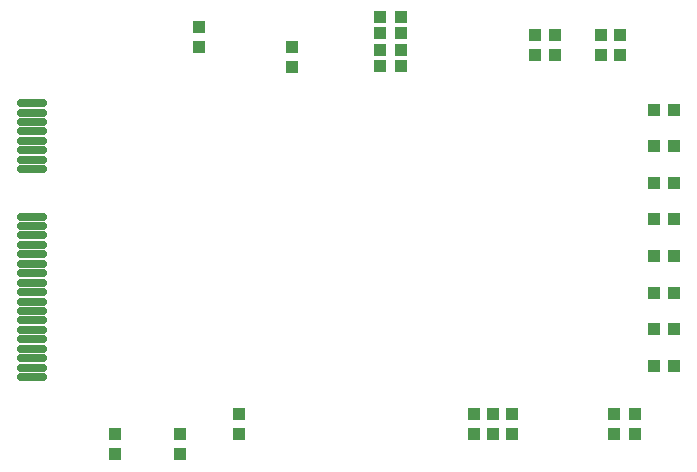
<source format=gbp>
G04 Layer_Color=128*
%FSLAX25Y25*%
%MOIN*%
G70*
G01*
G75*
G04:AMPARAMS|DCode=13|XSize=23.62mil|YSize=100.39mil|CornerRadius=5.91mil|HoleSize=0mil|Usage=FLASHONLY|Rotation=270.000|XOffset=0mil|YOffset=0mil|HoleType=Round|Shape=RoundedRectangle|*
%AMROUNDEDRECTD13*
21,1,0.02362,0.08858,0,0,270.0*
21,1,0.01181,0.10039,0,0,270.0*
1,1,0.01181,-0.04429,-0.00591*
1,1,0.01181,-0.04429,0.00591*
1,1,0.01181,0.04429,0.00591*
1,1,0.01181,0.04429,-0.00591*
%
%ADD13ROUNDEDRECTD13*%
%ADD32R,0.03937X0.04331*%
%ADD33R,0.04331X0.03937*%
D13*
X328873Y453741D02*
D03*
X328874Y450591D02*
D03*
Y447441D02*
D03*
Y444291D02*
D03*
Y441142D02*
D03*
Y437992D02*
D03*
Y434842D02*
D03*
Y431693D02*
D03*
Y415945D02*
D03*
Y412795D02*
D03*
Y409646D02*
D03*
Y406496D02*
D03*
Y403346D02*
D03*
Y400197D02*
D03*
Y397047D02*
D03*
Y393898D02*
D03*
Y390748D02*
D03*
Y387598D02*
D03*
Y384449D02*
D03*
Y381299D02*
D03*
Y378150D02*
D03*
Y375000D02*
D03*
Y371850D02*
D03*
Y368701D02*
D03*
Y365551D02*
D03*
Y362402D02*
D03*
D32*
X356684Y343400D02*
D03*
Y336707D02*
D03*
X384744Y479095D02*
D03*
Y472402D02*
D03*
X415500D02*
D03*
Y465709D02*
D03*
X518600Y476346D02*
D03*
Y469654D02*
D03*
X524800Y476346D02*
D03*
Y469654D02*
D03*
X378300Y343400D02*
D03*
Y336707D02*
D03*
X489100Y343400D02*
D03*
Y350093D02*
D03*
X522900Y343400D02*
D03*
Y350093D02*
D03*
X482650Y343400D02*
D03*
Y350093D02*
D03*
X476200D02*
D03*
Y343400D02*
D03*
X529900Y350093D02*
D03*
Y343400D02*
D03*
X398100D02*
D03*
Y350093D02*
D03*
D33*
X536417Y451575D02*
D03*
X543110D02*
D03*
X536417Y439370D02*
D03*
X543110D02*
D03*
X536417Y427165D02*
D03*
X543110D02*
D03*
X536417Y414961D02*
D03*
X543110D02*
D03*
X536417Y402756D02*
D03*
X543110D02*
D03*
X536417Y390551D02*
D03*
X543110D02*
D03*
X536417Y378346D02*
D03*
X543110D02*
D03*
X503346Y469647D02*
D03*
X496654D02*
D03*
X445107Y471616D02*
D03*
X451800D02*
D03*
X445107Y477108D02*
D03*
X451800D02*
D03*
X445107Y482600D02*
D03*
X451800D02*
D03*
X445107Y466100D02*
D03*
X451800D02*
D03*
X496654Y476500D02*
D03*
X503346D02*
D03*
X536417Y366142D02*
D03*
X543110D02*
D03*
M02*

</source>
